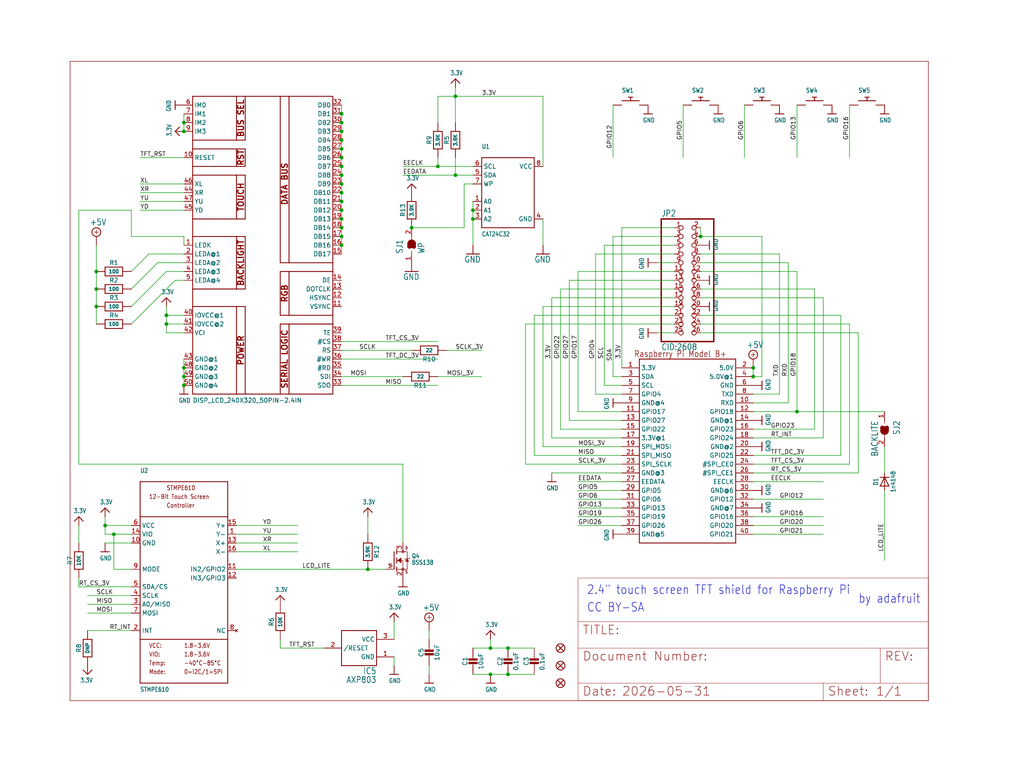
<source format=kicad_sch>
(kicad_sch (version 20230121) (generator eeschema)
  (paper "User" 297.002 223.571)
  (junction (at 231.14 119.38))
  (junction (at 99.06 66.04))
  (junction (at 99.06 45.72))
  (junction (at 99.06 68.58))
  (junction (at 99.06 40.64))
  (junction (at 53.34 111.76))
  (junction (at 137.16 60.96))
  (junction (at 53.34 38.1))
  (junction (at 218.44 109.22))
  (junction (at 147.32 195.58))
  (junction (at 99.06 63.5))
  (junction (at 218.44 106.68))
  (junction (at 99.06 35.56))
  (junction (at 99.06 53.34))
  (junction (at 99.06 38.1))
  (junction (at 142.24 195.58))
  (junction (at 137.16 63.5))
  (junction (at 99.06 55.88))
  (junction (at 99.06 71.12))
  (junction (at 53.34 35.56))
  (junction (at 27.94 88.9))
  (junction (at 27.94 83.82))
  (junction (at 48.26 93.98))
  (junction (at 147.32 187.96))
  (junction (at 99.06 43.18))
  (junction (at 132.08 50.8))
  (junction (at 99.06 50.8))
  (junction (at 106.68 165.1))
  (junction (at 53.34 109.22))
  (junction (at 99.06 60.96))
  (junction (at 33.02 154.94))
  (junction (at 119.38 66.04))
  (junction (at 132.08 27.94))
  (junction (at 27.94 78.74))
  (junction (at 99.06 58.42))
  (junction (at 48.26 91.44))
  (junction (at 127 48.26))
  (junction (at 203.2 68.58))
  (junction (at 142.24 187.96))
  (junction (at 99.06 48.26))
  (junction (at 30.48 152.4))
  (junction (at 99.06 33.02))
  (junction (at 53.34 106.68))
  (wire (pts (xy 25.4 175.26) (xy 38.1 175.26)) (stroke (width 0.1524)))
  (wire (pts (xy 228.6 116.84) (xy 218.44 116.84)) (stroke (width 0.1524)))
  (wire (pts (xy 175.26 71.12) (xy 175.26 111.76)) (stroke (width 0.1524)))
  (wire (pts (xy 48.26 96.52) (xy 53.34 96.52)) (stroke (width 0.1524)))
  (wire (pts (xy 38.1 60.96) (xy 38.1 68.58)) (stroke (width 0.1524)))
  (wire (pts (xy 99.06 40.64) (xy 99.06 43.18)) (stroke (width 0.1524)))
  (wire (pts (xy 246.38 30.48) (xy 246.38 45.72)) (stroke (width 0.1524)))
  (wire (pts (xy 132.08 45.72) (xy 132.08 50.8)) (stroke (width 0.1524)))
  (wire (pts (xy 162.56 83.82) (xy 162.56 124.46)) (stroke (width 0.1524)))
  (wire (pts (xy 38.1 177.8) (xy 25.4 177.8)) (stroke (width 0.1524)))
  (wire (pts (xy 243.84 91.44) (xy 243.84 132.08)) (stroke (width 0.1524)))
  (wire (pts (xy 99.06 30.48) (xy 99.06 33.02)) (stroke (width 0.1524)))
  (wire (pts (xy 243.84 132.08) (xy 218.44 132.08)) (stroke (width 0.1524)))
  (wire (pts (xy 99.06 104.14) (xy 127 104.14)) (stroke (width 0.1524)))
  (wire (pts (xy 99.06 45.72) (xy 99.06 48.26)) (stroke (width 0.1524)))
  (wire (pts (xy 48.26 78.74) (xy 53.34 78.74)) (stroke (width 0.1524)))
  (wire (pts (xy 180.34 139.7) (xy 167.64 139.7)) (stroke (width 0.1524)))
  (wire (pts (xy 246.38 134.62) (xy 218.44 134.62)) (stroke (width 0.1524)))
  (wire (pts (xy 177.8 68.58) (xy 177.8 109.22)) (stroke (width 0.1524)))
  (wire (pts (xy 124.46 195.58) (xy 124.46 193.04)) (stroke (width 0.1524)))
  (wire (pts (xy 30.48 152.4) (xy 38.1 152.4)) (stroke (width 0.1524)))
  (wire (pts (xy 99.06 38.1) (xy 99.06 40.64)) (stroke (width 0.1524)))
  (wire (pts (xy 30.48 157.48) (xy 38.1 157.48)) (stroke (width 0.1524)))
  (wire (pts (xy 99.06 53.34) (xy 99.06 55.88)) (stroke (width 0.1524)))
  (wire (pts (xy 167.64 144.78) (xy 180.34 144.78)) (stroke (width 0.1524)))
  (wire (pts (xy 48.26 96.52) (xy 48.26 93.98)) (stroke (width 0.1524)))
  (wire (pts (xy 99.06 35.56) (xy 99.06 38.1)) (stroke (width 0.1524)))
  (wire (pts (xy 68.58 160.02) (xy 86.36 160.02)) (stroke (width 0.1524)))
  (wire (pts (xy 195.58 83.82) (xy 162.56 83.82)) (stroke (width 0.1524)))
  (wire (pts (xy 132.08 27.94) (xy 127 27.94)) (stroke (width 0.1524)))
  (wire (pts (xy 38.1 68.58) (xy 53.34 68.58)) (stroke (width 0.1524)))
  (wire (pts (xy 195.58 73.66) (xy 172.72 73.66)) (stroke (width 0.1524)))
  (wire (pts (xy 152.4 134.62) (xy 180.34 134.62)) (stroke (width 0.1524)))
  (wire (pts (xy 218.44 152.4) (xy 238.76 152.4)) (stroke (width 0.1524)))
  (wire (pts (xy 162.56 124.46) (xy 180.34 124.46)) (stroke (width 0.1524)))
  (wire (pts (xy 99.06 58.42) (xy 99.06 60.96)) (stroke (width 0.1524)))
  (wire (pts (xy 27.94 71.12) (xy 27.94 78.74)) (stroke (width 0.1524)))
  (wire (pts (xy 157.48 63.5) (xy 157.48 71.12)) (stroke (width 0.1524)))
  (wire (pts (xy 53.34 109.22) (xy 53.34 111.76)) (stroke (width 0.1524)))
  (wire (pts (xy 99.06 99.06) (xy 127 99.06)) (stroke (width 0.1524)))
  (wire (pts (xy 99.06 55.88) (xy 99.06 58.42)) (stroke (width 0.1524)))
  (wire (pts (xy 106.68 154.94) (xy 106.68 149.86)) (stroke (width 0.1524)))
  (wire (pts (xy 40.64 58.42) (xy 53.34 58.42)) (stroke (width 0.1524)))
  (wire (pts (xy 236.22 124.46) (xy 218.44 124.46)) (stroke (width 0.1524)))
  (wire (pts (xy 203.2 96.52) (xy 248.92 96.52)) (stroke (width 0.1524)))
  (wire (pts (xy 129.54 101.6) (xy 139.7 101.6)) (stroke (width 0.1524)))
  (wire (pts (xy 22.86 170.18) (xy 38.1 170.18)) (stroke (width 0.1524)))
  (wire (pts (xy 38.1 83.82) (xy 45.72 76.2)) (stroke (width 0.1524)))
  (wire (pts (xy 142.24 185.42) (xy 142.24 187.96)) (stroke (width 0.1524)))
  (wire (pts (xy 246.38 93.98) (xy 246.38 134.62)) (stroke (width 0.1524)))
  (wire (pts (xy 203.2 91.44) (xy 243.84 91.44)) (stroke (width 0.1524)))
  (wire (pts (xy 43.18 73.66) (xy 53.34 73.66)) (stroke (width 0.1524)))
  (wire (pts (xy 248.92 137.16) (xy 218.44 137.16)) (stroke (width 0.1524)))
  (wire (pts (xy 127 48.26) (xy 116.84 48.26)) (stroke (width 0.1524)))
  (wire (pts (xy 30.48 149.86) (xy 30.48 152.4)) (stroke (width 0.1524)))
  (wire (pts (xy 38.1 154.94) (xy 33.02 154.94)) (stroke (width 0.1524)))
  (wire (pts (xy 106.68 165.1) (xy 111.76 165.1)) (stroke (width 0.1524)))
  (wire (pts (xy 38.1 93.98) (xy 50.8 81.28)) (stroke (width 0.1524)))
  (wire (pts (xy 114.3 190.5) (xy 114.3 193.04)) (stroke (width 0.1524)))
  (wire (pts (xy 195.58 96.52) (xy 190.5 96.52)) (stroke (width 0.1524)))
  (wire (pts (xy 180.34 147.32) (xy 167.64 147.32)) (stroke (width 0.1524)))
  (wire (pts (xy 53.34 55.88) (xy 40.64 55.88)) (stroke (width 0.1524)))
  (wire (pts (xy 48.26 93.98) (xy 48.26 91.44)) (stroke (width 0.1524)))
  (wire (pts (xy 195.58 91.44) (xy 154.94 91.44)) (stroke (width 0.1524)))
  (wire (pts (xy 27.94 83.82) (xy 27.94 88.9)) (stroke (width 0.1524)))
  (wire (pts (xy 53.34 68.58) (xy 53.34 71.12)) (stroke (width 0.1524)))
  (wire (pts (xy 203.2 68.58) (xy 220.98 68.58)) (stroke (width 0.1524)))
  (wire (pts (xy 195.58 71.12) (xy 175.26 71.12)) (stroke (width 0.1524)))
  (wire (pts (xy 177.8 30.48) (xy 177.8 45.72)) (stroke (width 0.1524)))
  (wire (pts (xy 154.94 132.08) (xy 180.34 132.08)) (stroke (width 0.1524)))
  (wire (pts (xy 99.06 66.04) (xy 99.06 68.58)) (stroke (width 0.1524)))
  (wire (pts (xy 137.16 195.58) (xy 142.24 195.58)) (stroke (width 0.1524)))
  (wire (pts (xy 38.1 182.88) (xy 25.4 182.88)) (stroke (width 0.1524)))
  (wire (pts (xy 154.94 195.58) (xy 147.32 195.58)) (stroke (width 0.1524)))
  (wire (pts (xy 203.2 76.2) (xy 228.6 76.2)) (stroke (width 0.1524)))
  (wire (pts (xy 127 45.72) (xy 127 48.26)) (stroke (width 0.1524)))
  (wire (pts (xy 147.32 187.96) (xy 142.24 187.96)) (stroke (width 0.1524)))
  (wire (pts (xy 137.16 58.42) (xy 137.16 60.96)) (stroke (width 0.1524)))
  (wire (pts (xy 195.58 68.58) (xy 177.8 68.58)) (stroke (width 0.1524)))
  (wire (pts (xy 99.06 43.18) (xy 99.06 45.72)) (stroke (width 0.1524)))
  (wire (pts (xy 132.08 50.8) (xy 137.16 50.8)) (stroke (width 0.1524)))
  (wire (pts (xy 53.34 45.72) (xy 40.64 45.72)) (stroke (width 0.1524)))
  (wire (pts (xy 27.94 78.74) (xy 27.94 83.82)) (stroke (width 0.1524)))
  (wire (pts (xy 137.16 48.26) (xy 127 48.26)) (stroke (width 0.1524)))
  (wire (pts (xy 195.58 66.04) (xy 180.34 66.04)) (stroke (width 0.1524)))
  (wire (pts (xy 218.44 144.78) (xy 238.76 144.78)) (stroke (width 0.1524)))
  (wire (pts (xy 27.94 88.9) (xy 27.94 93.98)) (stroke (width 0.1524)))
  (wire (pts (xy 160.02 127) (xy 180.34 127)) (stroke (width 0.1524)))
  (wire (pts (xy 30.48 152.4) (xy 30.48 154.94)) (stroke (width 0.1524)))
  (wire (pts (xy 22.86 134.62) (xy 116.84 134.62)) (stroke (width 0.1524)))
  (wire (pts (xy 99.06 71.12) (xy 99.06 73.66)) (stroke (width 0.1524)))
  (wire (pts (xy 220.98 68.58) (xy 220.98 109.22)) (stroke (width 0.1524)))
  (wire (pts (xy 160.02 86.36) (xy 160.02 127)) (stroke (width 0.1524)))
  (wire (pts (xy 48.26 91.44) (xy 48.26 88.9)) (stroke (width 0.1524)))
  (wire (pts (xy 218.44 149.86) (xy 238.76 149.86)) (stroke (width 0.1524)))
  (wire (pts (xy 22.86 60.96) (xy 38.1 60.96)) (stroke (width 0.1524)))
  (wire (pts (xy 142.24 195.58) (xy 147.32 195.58)) (stroke (width 0.1524)))
  (wire (pts (xy 114.3 185.42) (xy 114.3 180.34)) (stroke (width 0.1524)))
  (wire (pts (xy 99.06 68.58) (xy 99.06 71.12)) (stroke (width 0.1524)))
  (wire (pts (xy 157.48 129.54) (xy 180.34 129.54)) (stroke (width 0.1524)))
  (wire (pts (xy 203.2 86.36) (xy 238.76 86.36)) (stroke (width 0.1524)))
  (wire (pts (xy 68.58 157.48) (xy 86.36 157.48)) (stroke (width 0.1524)))
  (wire (pts (xy 116.84 134.62) (xy 116.84 157.48)) (stroke (width 0.1524)))
  (wire (pts (xy 167.64 152.4) (xy 180.34 152.4)) (stroke (width 0.1524)))
  (wire (pts (xy 195.58 86.36) (xy 160.02 86.36)) (stroke (width 0.1524)))
  (wire (pts (xy 238.76 154.94) (xy 218.44 154.94)) (stroke (width 0.1524)))
  (wire (pts (xy 177.8 109.22) (xy 180.34 109.22)) (stroke (width 0.1524)))
  (wire (pts (xy 198.12 30.48) (xy 198.12 45.72)) (stroke (width 0.1524)))
  (wire (pts (xy 203.2 83.82) (xy 236.22 83.82)) (stroke (width 0.1524)))
  (wire (pts (xy 160.02 137.16) (xy 180.34 137.16)) (stroke (width 0.1524)))
  (wire (pts (xy 231.14 119.38) (xy 256.54 119.38)) (stroke (width 0.1524)))
  (wire (pts (xy 172.72 114.3) (xy 180.34 114.3)) (stroke (width 0.1524)))
  (wire (pts (xy 236.22 83.82) (xy 236.22 124.46)) (stroke (width 0.1524)))
  (wire (pts (xy 53.34 106.68) (xy 53.34 109.22)) (stroke (width 0.1524)))
  (wire (pts (xy 218.44 139.7) (xy 238.76 139.7)) (stroke (width 0.1524)))
  (wire (pts (xy 99.06 109.22) (xy 116.84 109.22)) (stroke (width 0.1524)))
  (wire (pts (xy 203.2 73.66) (xy 226.06 73.66)) (stroke (width 0.1524)))
  (wire (pts (xy 81.28 187.96) (xy 81.28 185.42)) (stroke (width 0.1524)))
  (wire (pts (xy 33.02 154.94) (xy 30.48 154.94)) (stroke (width 0.1524)))
  (wire (pts (xy 238.76 127) (xy 218.44 127)) (stroke (width 0.1524)))
  (wire (pts (xy 22.86 170.18) (xy 22.86 167.64)) (stroke (width 0.1524)))
  (wire (pts (xy 137.16 60.96) (xy 137.16 63.5)) (stroke (width 0.1524)))
  (wire (pts (xy 180.34 149.86) (xy 167.64 149.86)) (stroke (width 0.1524)))
  (wire (pts (xy 68.58 154.94) (xy 86.36 154.94)) (stroke (width 0.1524)))
  (wire (pts (xy 220.98 109.22) (xy 218.44 109.22)) (stroke (width 0.1524)))
  (wire (pts (xy 53.34 35.56) (xy 53.34 38.1)) (stroke (width 0.1524)))
  (wire (pts (xy 53.34 33.02) (xy 53.34 35.56)) (stroke (width 0.1524)))
  (wire (pts (xy 50.8 81.28) (xy 53.34 81.28)) (stroke (width 0.1524)))
  (wire (pts (xy 124.46 182.88) (xy 124.46 185.42)) (stroke (width 0.1524)))
  (wire (pts (xy 180.34 66.04) (xy 180.34 106.68)) (stroke (width 0.1524)))
  (wire (pts (xy 248.92 96.52) (xy 248.92 137.16)) (stroke (width 0.1524)))
  (wire (pts (xy 134.62 53.34) (xy 137.16 53.34)) (stroke (width 0.1524)))
  (wire (pts (xy 195.58 81.28) (xy 165.1 81.28)) (stroke (width 0.1524)))
  (wire (pts (xy 203.2 66.04) (xy 203.2 68.58)) (stroke (width 0.1524)))
  (wire (pts (xy 38.1 165.1) (xy 33.02 165.1)) (stroke (width 0.1524)))
  (wire (pts (xy 99.06 111.76) (xy 127 111.76)) (stroke (width 0.1524)))
  (wire (pts (xy 203.2 78.74) (xy 231.14 78.74)) (stroke (width 0.1524)))
  (wire (pts (xy 231.14 30.48) (xy 231.14 45.72)) (stroke (width 0.1524)))
  (wire (pts (xy 231.14 119.38) (xy 218.44 119.38)) (stroke (width 0.1524)))
  (wire (pts (xy 195.58 76.2) (xy 190.5 76.2)) (stroke (width 0.1524)))
  (wire (pts (xy 53.34 93.98) (xy 48.26 93.98)) (stroke (width 0.1524)))
  (wire (pts (xy 99.06 50.8) (xy 99.06 53.34)) (stroke (width 0.1524)))
  (wire (pts (xy 218.44 106.68) (xy 218.44 109.22)) (stroke (width 0.1524)))
  (wire (pts (xy 142.24 187.96) (xy 137.16 187.96)) (stroke (width 0.1524)))
  (wire (pts (xy 137.16 63.5) (xy 137.16 71.12)) (stroke (width 0.1524)))
  (wire (pts (xy 38.1 78.74) (xy 43.18 73.66)) (stroke (width 0.1524)))
  (wire (pts (xy 132.08 35.56) (xy 132.08 27.94)) (stroke (width 0.1524)))
  (wire (pts (xy 68.58 152.4) (xy 86.36 152.4)) (stroke (width 0.1524)))
  (wire (pts (xy 147.32 187.96) (xy 154.94 187.96)) (stroke (width 0.1524)))
  (wire (pts (xy 99.06 60.96) (xy 99.06 63.5)) (stroke (width 0.1524)))
  (wire (pts (xy 228.6 76.2) (xy 228.6 116.84)) (stroke (width 0.1524)))
  (wire (pts (xy 157.48 48.26) (xy 157.48 27.94)) (stroke (width 0.1524)))
  (wire (pts (xy 53.34 60.96) (xy 40.64 60.96)) (stroke (width 0.1524)))
  (wire (pts (xy 25.4 172.72) (xy 38.1 172.72)) (stroke (width 0.1524)))
  (wire (pts (xy 157.48 88.9) (xy 157.48 129.54)) (stroke (width 0.1524)))
  (wire (pts (xy 116.84 50.8) (xy 132.08 50.8)) (stroke (width 0.1524)))
  (wire (pts (xy 203.2 93.98) (xy 246.38 93.98)) (stroke (width 0.1524)))
  (wire (pts (xy 68.58 165.1) (xy 106.68 165.1)) (stroke (width 0.1524)))
  (wire (pts (xy 127 27.94) (xy 127 35.56)) (stroke (width 0.1524)))
  (wire (pts (xy 152.4 93.98) (xy 152.4 134.62)) (stroke (width 0.1524)))
  (wire (pts (xy 167.64 119.38) (xy 180.34 119.38)) (stroke (width 0.1524)))
  (wire (pts (xy 22.86 60.96) (xy 22.86 134.62)) (stroke (width 0.1524)))
  (wire (pts (xy 195.58 93.98) (xy 152.4 93.98)) (stroke (width 0.1524)))
  (wire (pts (xy 165.1 81.28) (xy 165.1 121.92)) (stroke (width 0.1524)))
  (wire (pts (xy 238.76 86.36) (xy 238.76 127)) (stroke (width 0.1524)))
  (wire (pts (xy 195.58 88.9) (xy 157.48 88.9)) (stroke (width 0.1524)))
  (wire (pts (xy 127 109.22) (xy 139.7 109.22)) (stroke (width 0.1524)))
  (wire (pts (xy 256.54 142.24) (xy 256.54 162.56)) (stroke (width 0.1524)))
  (wire (pts (xy 48.26 91.44) (xy 53.34 91.44)) (stroke (width 0.1524)))
  (wire (pts (xy 93.98 187.96) (xy 81.28 187.96)) (stroke (width 0.1524)))
  (wire (pts (xy 154.94 91.44) (xy 154.94 132.08)) (stroke (width 0.1524)))
  (wire (pts (xy 33.02 165.1) (xy 33.02 154.94)) (stroke (width 0.1524)))
  (wire (pts (xy 195.58 78.74) (xy 167.64 78.74)) (stroke (width 0.1524)))
  (wire (pts (xy 99.06 63.5) (xy 99.06 66.04)) (stroke (width 0.1524)))
  (wire (pts (xy 215.9 30.48) (xy 215.9 45.72)) (stroke (width 0.1524)))
  (wire (pts (xy 172.72 73.66) (xy 172.72 114.3)) (stroke (width 0.1524)))
  (wire (pts (xy 22.86 157.48) (xy 22.86 152.4)) (stroke (width 0.1524)))
  (wire (pts (xy 175.26 111.76) (xy 180.34 111.76)) (stroke (width 0.1524)))
  (wire (pts (xy 53.34 53.34) (xy 40.64 53.34)) (stroke (width 0.1524)))
  (wire (pts (xy 167.64 78.74) (xy 167.64 119.38)) (stroke (width 0.1524)))
  (wire (pts (xy 99.06 48.26) (xy 99.06 50.8)) (stroke (width 0.1524)))
  (wire (pts (xy 99.06 101.6) (xy 119.38 101.6)) (stroke (width 0.1524)))
  (wire (pts (xy 256.54 137.16) (xy 256.54 129.54)) (stroke (width 0.1524)))
  (wire (pts (xy 231.14 78.74) (xy 231.14 119.38)) (stroke (width 0.1524)))
  (wire (pts (xy 132.08 25.4) (xy 132.08 27.94)) (stroke (width 0.1524)))
  (wire (pts (xy 165.1 121.92) (xy 180.34 121.92)) (stroke (width 0.1524)))
  (wire (pts (xy 226.06 114.3) (xy 218.44 114.3)) (stroke (width 0.1524)))
  (wire (pts (xy 180.34 142.24) (xy 167.64 142.24)) (stroke (width 0.1524)))
  (wire (pts (xy 134.62 66.04) (xy 134.62 53.34)) (stroke (width 0.1524)))
  (wire (pts (xy 226.06 73.66) (xy 226.06 114.3)) (stroke (width 0.1524)))
  (wire (pts (xy 157.48 27.94) (xy 132.08 27.94)) (stroke (width 0.1524)))
  (wire (pts (xy 99.06 33.02) (xy 99.06 35.56)) (stroke (width 0.1524)))
  (wire (pts (xy 53.34 104.14) (xy 53.34 106.68)) (stroke (width 0.1524)))
  (wire (pts (xy 45.72 76.2) (xy 53.34 76.2)) (stroke (width 0.1524)))
  (wire (pts (xy 38.1 88.9) (xy 48.26 78.74)) (stroke (width 0.1524)))
  (wire (pts (xy 119.38 66.04) (xy 134.62 66.04)) (stroke (width 0.1524)))
  (text "CC BY-SA" (at 170.18 177.8 0) (effects (font (size 2.54 2.159)) (justify left bottom)))
  (text "2.4\" touch screen TFT shield for Raspberry Pi" (at 170.18 172.72 0) (effects (font (size 2.54 2.159)) (justify left bottom)))
  (text "by adafruit~{}" (at 248.92 175.26 0) (effects (font (size 2.54 2.159)) (justify left bottom)))
  (label "SCL" (at 175.26 104.14 90) (effects (font (size 1.2446 1.2446))))
  (label "GPIO16" (at 226.06 149.86 0) (effects (font (size 1.2446 1.2446))))
  (label "GPIO12" (at 177.8 43.18 90) (effects (font (size 1.2446 1.2446))))
  (label "GPIO6" (at 167.64 144.78 0) (effects (font (size 1.2446 1.2446))))
  (label "MOSI" (at 101.6 109.22 0) (effects (font (size 1.2446 1.2446))))
  (label "XR" (at 76.2 157.48 0) (effects (font (size 1.2446 1.2446))))
  (label "TFT_CS_3V" (at 223.52 134.62 0) (effects (font (size 1.2446 1.2446))))
  (label "TFT_DC_3V" (at 223.52 132.08 0) (effects (font (size 1.2446 1.2446))))
  (label "LCD_LITE" (at 87.63 165.1 0) (effects (font (size 1.2446 1.2446))))
  (label "RT_INT" (at 223.52 127 0) (effects (font (size 1.2446 1.2446))))
  (label "MISO" (at 111.76 111.76 0) (effects (font (size 1.2446 1.2446))))
  (label "EECLK" (at 116.84 48.26 0) (effects (font (size 1.2446 1.2446))))
  (label "GPIO12" (at 226.06 144.78 0) (effects (font (size 1.2446 1.2446))))
  (label "GPIO5" (at 198.12 40.64 90) (effects (font (size 1.2446 1.2446))))
  (label "TFT_RST" (at 83.82 187.96 0) (effects (font (size 1.2446 1.2446))))
  (label "GPIO4" (at 172.72 104.14 90) (effects (font (size 1.2446 1.2446))))
  (label "3.3V" (at 180.34 104.14 90) (effects (font (size 1.2446 1.2446))))
  (label "3.3V" (at 139.7 27.94 0) (effects (font (size 1.2446 1.2446))))
  (label "XL" (at 76.2 160.02 0) (effects (font (size 1.2446 1.2446))))
  (label "GPIO13" (at 167.64 147.32 0) (effects (font (size 1.2446 1.2446))))
  (label "TFT_RST" (at 40.64 45.72 0) (effects (font (size 1.2446 1.2446))))
  (label "MOSI_3V" (at 129.54 109.22 0) (effects (font (size 1.2446 1.2446))))
  (label "YD" (at 76.2 152.4 0) (effects (font (size 1.2446 1.2446))))
  (label "GPIO22" (at 162.56 104.14 90) (effects (font (size 1.2446 1.2446))))
  (label "LCD_LITE" (at 256.54 160.02 90) (effects (font (size 1.2446 1.2446))))
  (label "SCLK" (at 104.14 101.6 0) (effects (font (size 1.2446 1.2446))))
  (label "MOSI" (at 27.94 177.8 0) (effects (font (size 1.2446 1.2446))))
  (label "YU" (at 40.64 58.42 0) (effects (font (size 1.2446 1.2446))))
  (label "GPIO26" (at 167.64 152.4 0) (effects (font (size 1.2446 1.2446))))
  (label "MISO" (at 167.64 132.08 0) (effects (font (size 1.2446 1.2446))))
  (label "EEDATA" (at 167.64 139.7 0) (effects (font (size 1.2446 1.2446))))
  (label "YD" (at 40.64 60.96 0) (effects (font (size 1.2446 1.2446))))
  (label "EECLK" (at 223.52 139.7 0) (effects (font (size 1.2446 1.2446))))
  (label "SCLK_3V" (at 167.64 134.62 0) (effects (font (size 1.2446 1.2446))))
  (label "GPIO20" (at 226.06 152.4 0) (effects (font (size 1.2446 1.2446))))
  (label "GPIO16" (at 246.38 40.64 90) (effects (font (size 1.2446 1.2446))))
  (label "SCLK" (at 27.94 172.72 0) (effects (font (size 1.2446 1.2446))))
  (label "RT_CS_3V" (at 22.86 170.18 0) (effects (font (size 1.2446 1.2446))))
  (label "GPIO23" (at 223.52 124.46 0) (effects (font (size 1.2446 1.2446))))
  (label "GPIO5" (at 167.64 142.24 0) (effects (font (size 1.2446 1.2446))))
  (label "GPIO6" (at 215.9 40.64 90) (effects (font (size 1.2446 1.2446))))
  (label "GPIO19" (at 167.64 149.86 0) (effects (font (size 1.2446 1.2446))))
  (label "XR" (at 40.64 55.88 0) (effects (font (size 1.2446 1.2446))))
  (label "MISO" (at 27.94 175.26 0) (effects (font (size 1.2446 1.2446))))
  (label "TFT_CS_3V" (at 111.76 99.06 0) (effects (font (size 1.2446 1.2446))))
  (label "XL" (at 40.64 53.34 0) (effects (font (size 1.2446 1.2446))))
  (label "TFT_DC_3V" (at 111.76 104.14 0) (effects (font (size 1.2446 1.2446))))
  (label "RT_CS_3V" (at 223.52 137.16 0) (effects (font (size 1.2446 1.2446))))
  (label "GPIO21" (at 226.06 154.94 0) (effects (font (size 1.2446 1.2446))))
  (label "TXD" (at 226.06 109.22 90) (effects (font (size 1.2446 1.2446))))
  (label "YU" (at 76.2 154.94 0) (effects (font (size 1.2446 1.2446))))
  (label "SCLK_3V" (at 132.08 101.6 0) (effects (font (size 1.2446 1.2446))))
  (label "MOSI_3V" (at 167.64 129.54 0) (effects (font (size 1.2446 1.2446))))
  (label "GPIO27" (at 165.1 104.14 90) (effects (font (size 1.2446 1.2446))))
  (label "GPIO18" (at 231.14 109.22 90) (effects (font (size 1.2446 1.2446))))
  (label "EEDATA" (at 116.84 50.8 0) (effects (font (size 1.2446 1.2446))))
  (label "GPIO13" (at 231.14 40.64 90) (effects (font (size 1.2446 1.2446))))
  (label "GPIO17" (at 167.64 104.14 90) (effects (font (size 1.2446 1.2446))))
  (label "RT_INT" (at 31.75 182.88 0) (effects (font (size 1.2446 1.2446))))
  (label "RXD" (at 228.6 109.22 90) (effects (font (size 1.2446 1.2446))))
  (label "SDA" (at 177.8 104.775 90) (effects (font (size 1.2446 1.2446))))
  (label "3.3V" (at 160.02 104.14 90) (effects (font (size 1.2446 1.2446))))
  (symbol (lib_id "working-eagle-import:RASPBERRYPI_BPLUS_HATNOSLOTS") (at 198.12 127 0) (unit 1)
    (property "Reference" "RPI1" (effects hide))
    (property "Value" "RASPBERRYPI_BPLUS_HATNOSLOTS" (effects hide))
    (property "Footprint" "working:PI_HAT_NOSLOTS" (effects hide))
  )
  (symbol (lib_id "working-eagle-import:FIDUCIAL{dblquote}{dblquote}") (at 162.56 198.12 0) (unit 1)
    (property "Reference" "U$11" (effects hide))
    (property "Value" "FIDUCIAL{dblquote}{dblquote}" (effects hide))
    (property "Footprint" "working:FIDUCIAL_1MM" (effects hide))
  )
  (symbol (lib_id "working-eagle-import:RESISTOR0805_NOOUTLINE") (at 106.68 160.02 270) (unit 1)
    (property "Reference" "R12" (at 109.22 160.02 0))
    (property "Value" "3.9K" (at 106.68 160.02 0) (effects (font (size 1.016 1.016) bold)))
    (property "Footprint" "working:0805-NO" (effects hide))
  )
  (symbol (lib_id "working-eagle-import:FIDUCIAL{dblquote}{dblquote}") (at 162.56 193.04 0) (unit 1)
    (property "Reference" "U$18" (effects hide))
    (property "Value" "FIDUCIAL{dblquote}{dblquote}" (effects hide))
    (property "Footprint" "working:FIDUCIAL_1MM" (effects hide))
  )
  (symbol (lib_id "working-eagle-import:SWITCH_PUSHBUTTONEVQ-PE") (at 220.98 30.48 0) (unit 1)
    (property "Reference" "SW3" (at 218.44 26.924 0) (effects (font (size 1.27 1.0795)) (justify left bottom)))
    (property "Value" "SWITCH_PUSHBUTTONEVQ-PE" (effects hide))
    (property "Footprint" "working:TACT_PANA-EVQ" (effects hide))
  )
  (symbol (lib_id "working-eagle-import:GND") (at 187.96 96.52 270) (unit 1)
    (property "Reference" "#U$42" (effects hide))
    (property "Value" "GND" (at 185.42 94.996 0) (effects (font (size 1.27 1.0795)) (justify left bottom)))
  )
  (symbol (lib_id "working-eagle-import:GND") (at 114.3 195.58 0) (unit 1)
    (property "Reference" "#U$14" (effects hide))
    (property "Value" "GND" (at 112.776 198.12 0) (effects (font (size 1.27 1.0795)) (justify left bottom)))
  )
  (symbol (lib_id "working-eagle-import:GND") (at 241.3 33.02 0) (unit 1)
    (property "Reference" "#U$22" (effects hide))
    (property "Value" "GND" (at 239.776 35.56 0) (effects (font (size 1.27 1.0795)) (justify left bottom)))
  )
  (symbol (lib_id "working-eagle-import:3.3V") (at 132.08 22.86 0) (unit 1)
    (property "Reference" "#U$35" (effects hide))
    (property "Value" "3.3V" (at 130.556 21.844 0) (effects (font (size 1.27 1.0795)) (justify left bottom)))
  )
  (symbol (lib_id "working-eagle-import:LETTER_L") (at 167.64 203.2 0) (unit 2)
    (property "Reference" "#FRAME1" (effects hide))
    (property "Value" "LETTER_L" (effects hide))
  )
  (symbol (lib_id "working-eagle-import:SOLDERJUMPER_CLOSED") (at 256.54 124.46 270) (unit 1)
    (property "Reference" "SJ2" (at 259.08 121.92 0) (effects (font (size 1.778 1.5113)) (justify left bottom)))
    (property "Value" "BACKLITE" (at 252.73 121.92 0) (effects (font (size 1.778 1.5113)) (justify left bottom)))
    (property "Footprint" "working:SOLDERJUMPER_CLOSEDWIRE" (effects hide))
  )
  (symbol (lib_id "working-eagle-import:RESISTOR0805_NOOUTLINE") (at 127 40.64 90) (unit 1)
    (property "Reference" "R9" (at 124.46 40.64 0))
    (property "Value" "3.9K" (at 127 40.64 0) (effects (font (size 1.016 1.016) bold)))
    (property "Footprint" "working:0805-NO" (effects hide))
  )
  (symbol (lib_id "working-eagle-import:AXP083-SAG") (at 104.14 187.96 0) (mirror y) (unit 1)
    (property "Reference" "IC5" (at 109.22 195.58 0) (effects (font (size 1.778 1.5113)) (justify left bottom)))
    (property "Value" "AXP803" (at 109.22 198.12 0) (effects (font (size 1.778 1.5113)) (justify left bottom)))
    (property "Footprint" "working:SOT23" (effects hide))
  )
  (symbol (lib_id "working-eagle-import:3.3V") (at 50.8 38.1 90) (unit 1)
    (property "Reference" "#U$25" (effects hide))
    (property "Value" "3.3V" (at 49.784 39.624 0) (effects (font (size 1.27 1.0795)) (justify left bottom)))
  )
  (symbol (lib_id "working-eagle-import:GND") (at 226.06 33.02 0) (unit 1)
    (property "Reference" "#U$21" (effects hide))
    (property "Value" "GND" (at 224.536 35.56 0) (effects (font (size 1.27 1.0795)) (justify left bottom)))
  )
  (symbol (lib_id "working-eagle-import:GND") (at 220.98 142.24 90) (unit 1)
    (property "Reference" "#U$32" (effects hide))
    (property "Value" "GND" (at 223.52 143.764 0) (effects (font (size 1.27 1.0795)) (justify left bottom)))
  )
  (symbol (lib_id "working-eagle-import:GND") (at 142.24 198.12 0) (unit 1)
    (property "Reference" "#U$5" (effects hide))
    (property "Value" "GND" (at 140.716 200.66 0) (effects (font (size 1.27 1.0795)) (justify left bottom)))
  )
  (symbol (lib_id "working-eagle-import:RESISTOR0805_NOOUTLINE") (at 132.08 40.64 90) (unit 1)
    (property "Reference" "R5" (at 129.54 40.64 0))
    (property "Value" "3.9K" (at 132.08 40.64 0) (effects (font (size 1.016 1.016) bold)))
    (property "Footprint" "working:0805-NO" (effects hide))
  )
  (symbol (lib_id "working-eagle-import:+5V") (at 124.46 180.34 0) (unit 1)
    (property "Reference" "#SUPPLY5" (effects hide))
    (property "Value" "+5V" (at 122.555 177.165 0) (effects (font (size 1.778 1.5113)) (justify left bottom)))
  )
  (symbol (lib_id "working-eagle-import:LETTER_L") (at 20.32 203.2 0) (unit 1)
    (property "Reference" "#FRAME1" (effects hide))
    (property "Value" "LETTER_L" (effects hide))
  )
  (symbol (lib_id "working-eagle-import:GND") (at 205.74 71.12 90) (unit 1)
    (property "Reference" "#U$15" (effects hide))
    (property "Value" "GND" (at 208.28 72.644 0) (effects (font (size 1.27 1.0795)) (justify left bottom)))
  )
  (symbol (lib_id "working-eagle-import:GND") (at 177.8 154.94 270) (unit 1)
    (property "Reference" "#U$34" (effects hide))
    (property "Value" "GND" (at 175.26 153.416 0) (effects (font (size 1.27 1.0795)) (justify left bottom)))
  )
  (symbol (lib_id "working-eagle-import:GND") (at 220.98 121.92 90) (unit 1)
    (property "Reference" "#U$16" (effects hide))
    (property "Value" "GND" (at 223.52 123.444 0) (effects (font (size 1.27 1.0795)) (justify left bottom)))
  )
  (symbol (lib_id "working-eagle-import:RESISTOR0805_NOOUTLINE") (at 25.4 187.96 90) (unit 1)
    (property "Reference" "R8" (at 22.86 187.96 0))
    (property "Value" "DNP" (at 25.4 187.96 0) (effects (font (size 1.016 1.016) bold)))
    (property "Footprint" "working:0805-NO" (effects hide))
  )
  (symbol (lib_id "working-eagle-import:3.3V") (at 114.3 177.8 0) (unit 1)
    (property "Reference" "#U$31" (effects hide))
    (property "Value" "3.3V" (at 112.776 176.784 0) (effects (font (size 1.27 1.0795)) (justify left bottom)))
  )
  (symbol (lib_id "working-eagle-import:CAP_CERAMIC0805-NOOUTLINE") (at 154.94 193.04 0) (unit 1)
    (property "Reference" "C3" (at 152.65 191.79 90))
    (property "Value" "0.1uF" (at 157.24 191.79 90))
    (property "Footprint" "working:0805-NO" (effects hide))
  )
  (symbol (lib_id "working-eagle-import:GND") (at 205.74 81.28 90) (unit 1)
    (property "Reference" "#U$37" (effects hide))
    (property "Value" "GND" (at 208.28 82.804 0) (effects (font (size 1.27 1.0795)) (justify left bottom)))
  )
  (symbol (lib_id "working-eagle-import:3.3V") (at 142.24 182.88 0) (unit 1)
    (property "Reference" "#U$24" (effects hide))
    (property "Value" "3.3V" (at 140.716 181.864 0) (effects (font (size 1.27 1.0795)) (justify left bottom)))
  )
  (symbol (lib_id "working-eagle-import:RESISTOR0805_NOOUTLINE") (at 33.02 88.9 0) (unit 1)
    (property "Reference" "R3" (at 33.02 86.36 0))
    (property "Value" "100" (at 33.02 88.9 0) (effects (font (size 1.016 1.016) bold)))
    (property "Footprint" "working:0805-NO" (effects hide))
  )
  (symbol (lib_id "working-eagle-import:3.3V") (at 48.26 86.36 0) (unit 1)
    (property "Reference" "#U$26" (effects hide))
    (property "Value" "3.3V" (at 46.736 85.344 0) (effects (font (size 1.27 1.0795)) (justify left bottom)))
  )
  (symbol (lib_id "working-eagle-import:SWITCH_PUSHBUTTONEVQ-PE") (at 251.46 30.48 0) (unit 1)
    (property "Reference" "SW5" (at 248.92 26.924 0) (effects (font (size 1.27 1.0795)) (justify left bottom)))
    (property "Value" "SWITCH_PUSHBUTTONEVQ-PE" (effects hide))
    (property "Footprint" "working:TACT_PANA-EVQ" (effects hide))
  )
  (symbol (lib_id "working-eagle-import:supply1_GND") (at 137.16 73.66 0) (unit 1)
    (property "Reference" "#GND3" (effects hide))
    (property "Value" "GND" (at 134.62 76.2 0) (effects (font (size 1.778 1.5113)) (justify left bottom)))
  )
  (symbol (lib_id "working-eagle-import:+5V") (at 218.44 104.14 0) (unit 1)
    (property "Reference" "#SUPPLY1" (effects hide))
    (property "Value" "+5V" (at 216.535 100.965 0) (effects (font (size 1.778 1.5113)) (justify left bottom)))
  )
  (symbol (lib_id "working-eagle-import:RESISTOR0805_NOOUTLINE") (at 33.02 78.74 0) (unit 1)
    (property "Reference" "R1" (at 33.02 76.2 0))
    (property "Value" "100" (at 33.02 78.74 0) (effects (font (size 1.016 1.016) bold)))
    (property "Footprint" "working:0805-NO" (effects hide))
  )
  (symbol (lib_id "working-eagle-import:GND") (at 187.96 76.2 270) (unit 1)
    (property "Reference" "#U$40" (effects hide))
    (property "Value" "GND" (at 185.42 74.676 0) (effects (font (size 1.27 1.0795)) (justify left bottom)))
  )
  (symbol (lib_id "working-eagle-import:GND") (at 220.98 129.54 90) (unit 1)
    (property "Reference" "#U$17" (effects hide))
    (property "Value" "GND" (at 223.52 131.064 0) (effects (font (size 1.27 1.0795)) (justify left bottom)))
  )
  (symbol (lib_id "working-eagle-import:RESISTOR0805_NOOUTLINE") (at 33.02 83.82 0) (unit 1)
    (property "Reference" "R2" (at 33.02 81.28 0))
    (property "Value" "100" (at 33.02 83.82 0) (effects (font (size 1.016 1.016) bold)))
    (property "Footprint" "working:0805-NO" (effects hide))
  )
  (symbol (lib_id "working-eagle-import:RESISTOR0805_NOOUTLINE") (at 81.28 180.34 90) (unit 1)
    (property "Reference" "R6" (at 78.74 180.34 0))
    (property "Value" "10K" (at 81.28 180.34 0) (effects (font (size 1.016 1.016) bold)))
    (property "Footprint" "working:0805-NO" (effects hide))
  )
  (symbol (lib_id "working-eagle-import:GND") (at 208.28 33.02 0) (unit 1)
    (property "Reference" "#U$20" (effects hide))
    (property "Value" "GND" (at 206.756 35.56 0) (effects (font (size 1.27 1.0795)) (justify left bottom)))
  )
  (symbol (lib_id "working-eagle-import:RESISTOR0805_NOOUTLINE") (at 124.46 101.6 180) (unit 1)
    (property "Reference" "R10" (at 124.46 104.14 0))
    (property "Value" "22" (at 124.46 101.6 0) (effects (font (size 1.016 1.016) bold)))
    (property "Footprint" "working:0805-NO" (effects hide))
  )
  (symbol (lib_id "working-eagle-import:MOSFET-NWIDE") (at 114.3 162.56 0) (unit 1)
    (property "Reference" "Q4" (at 119.38 161.925 0) (effects (font (size 1.27 1.0795)) (justify left bottom)))
    (property "Value" "BSS138" (at 119.38 163.83 0) (effects (font (size 1.27 1.0795)) (justify left bottom)))
    (property "Footprint" "working:SOT23-WIDE" (effects hide))
  )
  (symbol (lib_id "working-eagle-import:GND") (at 160.02 139.7 0) (unit 1)
    (property "Reference" "#U$41" (effects hide))
    (property "Value" "GND" (at 158.496 142.24 0) (effects (font (size 1.27 1.0795)) (justify left bottom)))
  )
  (symbol (lib_id "working-eagle-import:GND") (at 124.46 198.12 0) (unit 1)
    (property "Reference" "#U$13" (effects hide))
    (property "Value" "GND" (at 122.936 200.66 0) (effects (font (size 1.27 1.0795)) (justify left bottom)))
  )
  (symbol (lib_id "working-eagle-import:GND") (at 220.98 111.76 90) (unit 1)
    (property "Reference" "#U$12" (effects hide))
    (property "Value" "GND" (at 223.52 113.284 0) (effects (font (size 1.27 1.0795)) (justify left bottom)))
  )
  (symbol (lib_id "working-eagle-import:CAP_CERAMIC0805-NOOUTLINE") (at 124.46 190.5 0) (unit 1)
    (property "Reference" "C5" (at 122.17 189.25 90))
    (property "Value" "10uF" (at 126.76 189.25 90))
    (property "Footprint" "working:0805-NO" (effects hide))
  )
  (symbol (lib_id "working-eagle-import:3.3V") (at 30.48 147.32 0) (unit 1)
    (property "Reference" "#U$28" (effects hide))
    (property "Value" "3.3V" (at 28.956 146.304 0) (effects (font (size 1.27 1.0795)) (justify left bottom)))
  )
  (symbol (lib_id "working-eagle-import:DISP_LCD_240X320_50PIN-2.4IN") (at 76.2 68.58 0) (unit 1)
    (property "Reference" "U$2" (effects hide))
    (property "Value" "DISP_LCD_240X320_50PIN-2.4IN" (at 55.88 116.84 0) (effects (justify left bottom)))
    (property "Footprint" "working:TFT_2.4IN_240X320_50PIN" (effects hide))
  )
  (symbol (lib_id "working-eagle-import:SWITCH_PUSHBUTTONEVQ-PE") (at 182.88 30.48 0) (unit 1)
    (property "Reference" "SW1" (at 180.34 26.924 0) (effects (font (size 1.27 1.0795)) (justify left bottom)))
    (property "Value" "SWITCH_PUSHBUTTONEVQ-PE" (effects hide))
    (property "Footprint" "working:TACT_PANA-EVQ" (effects hide))
  )
  (symbol (lib_id "working-eagle-import:SWITCH_PUSHBUTTONEVQ-PE") (at 236.22 30.48 0) (unit 1)
    (property "Reference" "SW4" (at 233.68 26.924 0) (effects (font (size 1.27 1.0795)) (justify left bottom)))
    (property "Value" "SWITCH_PUSHBUTTONEVQ-PE" (effects hide))
    (property "Footprint" "working:TACT_PANA-EVQ" (effects hide))
  )
  (symbol (lib_id "working-eagle-import:SOLDERJUMPER_CLOSED") (at 119.38 71.12 90) (unit 1)
    (property "Reference" "SJ1" (at 116.84 73.66 0) (effects (font (size 1.778 1.5113)) (justify left bottom)))
    (property "Value" "WP" (at 123.19 73.66 0) (effects (font (size 1.778 1.5113)) (justify left bottom)))
    (property "Footprint" "working:SOLDERJUMPER_CLOSEDWIRE" (effects hide))
  )
  (symbol (lib_id "working-eagle-import:CAP_CERAMIC0805-NOOUTLINE") (at 137.16 193.04 0) (unit 1)
    (property "Reference" "C1" (at 134.87 191.79 90))
    (property "Value" "10uF" (at 139.46 191.79 90))
    (property "Footprint" "working:0805-NO" (effects hide))
  )
  (symbol (lib_id "working-eagle-import:3.3V") (at 25.4 195.58 180) (unit 1)
    (property "Reference" "#U$30" (effects hide))
    (property "Value" "3.3V" (at 26.924 196.596 0) (effects (font (size 1.27 1.0795)) (justify left bottom)))
  )
  (symbol (lib_id "working-eagle-import:+5V") (at 27.94 68.58 0) (unit 1)
    (property "Reference" "#SUPPLY4" (effects hide))
    (property "Value" "+5V" (at 26.035 65.405 0) (effects (font (size 1.778 1.5113)) (justify left bottom)))
  )
  (symbol (lib_id "working-eagle-import:GND") (at 205.74 88.9 90) (unit 1)
    (property "Reference" "#U$38" (effects hide))
    (property "Value" "GND" (at 208.28 90.424 0) (effects (font (size 1.27 1.0795)) (justify left bottom)))
  )
  (symbol (lib_id "working-eagle-import:GND") (at 220.98 147.32 90) (unit 1)
    (property "Reference" "#U$33" (effects hide))
    (property "Value" "GND" (at 223.52 148.844 0) (effects (font (size 1.27 1.0795)) (justify left bottom)))
  )
  (symbol (lib_id "working-eagle-import:EEPROM_I2C_SOIC8_GENERIC") (at 147.32 55.88 0) (unit 1)
    (property "Reference" "U1" (at 139.7 43.18 0) (effects (font (size 1.27 1.0795)) (justify left bottom)))
    (property "Value" "CAT24C32" (at 139.7 68.58 0) (effects (font (size 1.27 1.0795)) (justify left bottom)))
    (property "Footprint" "working:SOIC8_150MIL" (effects hide))
  )
  (symbol (lib_id "working-eagle-import:supply1_GND") (at 157.48 73.66 0) (unit 1)
    (property "Reference" "#GND4" (effects hide))
    (property "Value" "GND" (at 154.94 76.2 0) (effects (font (size 1.778 1.5113)) (justify left bottom)))
  )
  (symbol (lib_id "working-eagle-import:GND") (at 177.8 116.84 270) (unit 1)
    (property "Reference" "#U$39" (effects hide))
    (property "Value" "GND" (at 175.26 115.316 0) (effects (font (size 1.27 1.0795)) (justify left bottom)))
  )
  (symbol (lib_id "working-eagle-import:RESISTOR0805_NOOUTLINE") (at 22.86 162.56 90) (unit 1)
    (property "Reference" "R7" (at 20.32 162.56 0))
    (property "Value" "10K" (at 22.86 162.56 0) (effects (font (size 1.016 1.016) bold)))
    (property "Footprint" "working:0805-NO" (effects hide))
  )
  (symbol (lib_id "working-eagle-import:HEADER-2X13-SMT") (at 200.66 81.28 0) (unit 1)
    (property "Reference" "JP2" (at 191.77 62.865 0) (effects (font (size 1.778 1.5113)) (justify left bottom)))
    (property "Value" "CID:2608" (at 191.77 101.6 0) (effects (font (size 1.778 1.5113)) (justify left bottom)))
    (property "Footprint" "working:2X13_SMT_MALE" (effects hide))
  )
  (symbol (lib_id "working-eagle-import:3.3V") (at 119.38 53.34 0) (unit 1)
    (property "Reference" "#U$36" (effects hide))
    (property "Value" "3.3V" (at 117.856 52.324 0) (effects (font (size 1.27 1.0795)) (justify left bottom)))
  )
  (symbol (lib_id "working-eagle-import:GND") (at 256.54 33.02 0) (unit 1)
    (property "Reference" "#U$3" (effects hide))
    (property "Value" "GND" (at 255.016 35.56 0) (effects (font (size 1.27 1.0795)) (justify left bottom)))
  )
  (symbol (lib_id "working-eagle-import:3.3V") (at 106.68 147.32 0) (unit 1)
    (property "Reference" "#U$27" (effects hide))
    (property "Value" "3.3V" (at 105.156 146.304 0) (effects (font (size 1.27 1.0795)) (justify left bottom)))
  )
  (symbol (lib_id "working-eagle-import:GND") (at 116.84 170.18 0) (unit 1)
    (property "Reference" "#U$4" (effects hide))
    (property "Value" "GND" (at 115.316 172.72 0) (effects (font (size 1.27 1.0795)) (justify left bottom)))
  )
  (symbol (lib_id "working-eagle-import:RESISTOR0805_NOOUTLINE") (at 121.92 109.22 180) (unit 1)
    (property "Reference" "R11" (at 121.92 111.76 0))
    (property "Value" "22" (at 121.92 109.22 0) (effects (font (size 1.016 1.016) bold)))
    (property "Footprint" "working:0805-NO" (effects hide))
  )
  (symbol (lib_id "working-eagle-import:SWITCH_PUSHBUTTONEVQ-PE") (at 203.2 30.48 0) (unit 1)
    (property "Reference" "SW2" (at 200.66 26.924 0) (effects (font (size 1.27 1.0795)) (justify left bottom)))
    (property "Value" "SWITCH_PUSHBUTTONEVQ-PE" (effects hide))
    (property "Footprint" "working:TACT_PANA-EVQ" (effects hide))
  )
  (symbol (lib_id "working-eagle-import:3.3V") (at 81.28 172.72 0) (unit 1)
    (property "Reference" "#U$6" (effects hide))
    (property "Value" "3.3V" (at 79.756 171.704 0) (effects (font (size 1.27 1.0795)) (justify left bottom)))
  )
  (symbol (lib_id "working-eagle-import:GND") (at 50.8 30.48 270) (unit 1)
    (property "Reference" "#U$1" (effects hide))
    (property "Value" "GND" (at 48.26 28.956 0) (effects (font (size 1.27 1.0795)) (justify left bottom)))
  )
  (symbol (lib_id "working-eagle-import:GND") (at 30.48 160.02 0) (unit 1)
    (property "Reference" "#U$7" (effects hide))
    (property "Value" "GND" (at 28.956 162.56 0) (effects (font (size 1.27 1.0795)) (justify left bottom)))
  )
  (symbol (lib_id "working-eagle-import:GND") (at 187.96 33.02 0) (unit 1)
    (property "Reference" "#U$19" (effects hide))
    (property "Value" "GND" (at 186.436 35.56 0) (effects (font (size 1.27 1.0795)) (justify left bottom)))
  )
  (symbol (lib_id "working-eagle-import:STMPE610") (at 53.34 170.18 0) (unit 1)
    (property "Reference" "U2" (at 40.64 137.16 0) (effects (font (size 1.27 1.0795)) (justify left bottom)))
    (property "Value" "STMPE610" (at 40.64 200.66 0) (effects (font (size 1.27 1.0795)) (justify left bottom)))
    (property "Footprint" "working:QFN16_3MM" (effects hide))
  )
  (symbol (lib_id "working-eagle-import:supply1_GND") (at 119.38 78.74 0) (unit 1)
    (property "Reference" "#GND5" (effects hide))
    (property "Value" "GND" (at 116.84 81.28 0) (effects (font (size 1.778 1.5113)) (justify left bottom)))
  )
  (symbol (lib_id "working-eagle-import:GND") (at 53.34 114.3 0) (unit 1)
    (property "Reference" "#U$8" (effects hide))
    (property "Value" "GND" (at 51.816 116.84 0) (effects (font (size 1.27 1.0795)) (justify left bottom)))
  )
  (symbol (lib_id "working-eagle-import:CAP_CERAMIC0805-NOOUTLINE") (at 147.32 193.04 0) (unit 1)
    (property "Reference" "C2" (at 145.03 191.79 90))
    (property "Value" "0.1uF" (at 149.62 191.79 90))
    (property "Footprint" "working:0805-NO" (effects hide))
  )
  (symbol (lib_id "working-eagle-import:FIDUCIAL{dblquote}{dblquote}") (at 162.56 187.96 0) (unit 1)
    (property "Reference" "U$10" (effects hide))
    (property "Value" "FIDUCIAL{dblquote}{dblquote}" (effects hide))
    (property "Footprint" "working:FIDUCIAL_1MM" (effects hide))
  )
  (symbol (lib_id "working-eagle-import:RESISTOR0805_NOOUTLINE") (at 119.38 60.96 90) (unit 1)
    (property "Reference" "R13" (at 116.84 60.96 0))
    (property "Value" "3.9K" (at 119.38 60.96 0) (effects (font (size 1.016 1.016) bold)))
    (property "Footprint" "working:0805-NO" (effects hide))
  )
  (symbol (lib_id "working-eagle-import:DIODESOD-323") (at 256.54 139.7 90) (unit 1)
    (property "Reference" "D1" (at 254 139.7 0) (effects (font (size 1.27 1.0795))))
    (property "Value" "1n4148" (at 259.04 139.7 0) (effects (font (size 1.27 1.0795))))
    (property "Footprint" "working:SOD-323" (effects hide))
  )
  (symbol (lib_id "working-eagle-import:3.3V") (at 22.86 149.86 0) (unit 1)
    (property "Reference" "#U$29" (effects hide))
    (property "Value" "3.3V" (at 21.336 148.844 0) (effects (font (size 1.27 1.0795)) (justify left bottom)))
  )
  (symbol (lib_id "working-eagle-import:RESISTOR0805_NOOUTLINE") (at 33.02 93.98 0) (unit 1)
    (property "Reference" "R4" (at 33.02 91.44 0))
    (property "Value" "100" (at 33.02 93.98 0) (effects (font (size 1.016 1.016) bold)))
    (property "Footprint" "working:0805-NO" (effects hide))
  )
)
</source>
